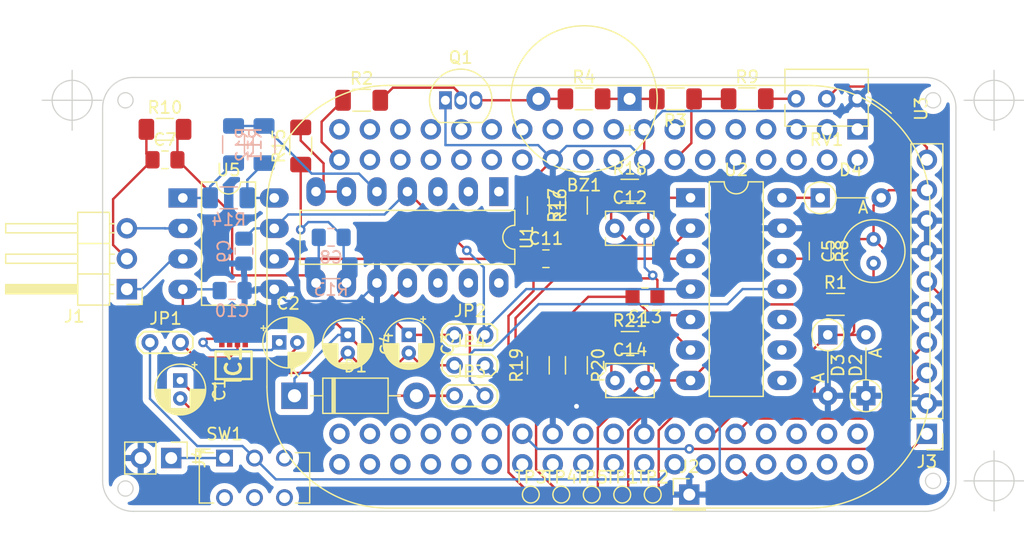
<source format=kicad_pcb>
(kicad_pcb (version 20211014) (generator pcbnew)
  (title_block (title "TrailAlarm Top for PocketBeagle") (rev "1") (company "PSU Capstone Team 23"))
  (layers (0 "F.Cu" signal) (31 "B.Cu" signal) (34 "B.Paste" user) (35 "F.Paste" user) (36 "B.SilkS" user "B.Silkscreen") (37 "F.SilkS" user "F.Silkscreen") (38 "B.Mask" user) (39 "F.Mask" user) (44 "Edge.Cuts" user))
  (net 0 "")
  (net 1 "Net-(BZ1-Pad1)")
  (net 2 "Net-(BZ1-Pad2)")
  (net 3 "Net-(C4-Pad2)")
  (net 4 "Net-(C5-Pad1)")
  (net 5 "Net-(D4-Pad1)")
  (net 6 "TO_ADC")
  (net 7 "Net-(C2-Pad2)")
  (net 8 "Net-(C1-Pad1)")
  (net 9 "Net-(C1-Pad2)")
  (net 10 "Net-(IC1-Pad6)")
  (net 11 "Net-(C3-Pad1)")
  (net 12 "Net-(C2-Pad1)")
  (net 13 "ElectrodeB")
  (net 14 "EarProbe")
  (net 15 "ElectrodeA")
  (net 16 "GND")
  (net 17 "Net-(Q1-Pad2)")
  (net 18 "Vref_top")
  (net 19 "Vref_mid")
  (net 20 "+BATT")
  (net 21 "POWER")
  (net 35 "+3V3")
  (net 44 "I2C_SDA")
  (net 46 "I2C_SCL")
  (net 54 "Buzzer")
  (net 62 "~{ADC_RDY}")
  (net 84 "Net-(C7-Pad2)")
  (net 85 "Net-(C8-Pad2)")
  (net 86 "VD")
  (net 87 "VS")
  (net 88 "Net-(C11-Pad1)")
  (net 89 "Net-(C11-Pad2)")
  (net 90 "Net-(C12-Pad1)")
  (net 91 "Net-(C12-Pad2)")
  (net 92 "Net-(C13-Pad2)")
  (net 93 "Net-(C14-Pad1)")
  (net 94 "/EEG Amplifer/FullSignal")
  (net 95 "Net-(R8-Pad2)")
  (net 96 "Net-(R11-Pad1)")
  (net 97 "/EEG Amplifer/Bias")
  (net 98 "Net-(R12-Pad2)")
  (net 99 "Net-(R15-Pad2)")
  (net 106 "Net-(C3-Pad2)")
  (footprint "Resistor_SMD:R_1206_3216Metric_Pad1.30x1.75mm_HandSolder" (layer "F.Cu") (at 157.046259 114.309259)
    (fp_text reference "R4")
    (fp_text value "220")
  )
  (footprint "Resistor_SMD:R_1206_3216Metric_Pad1.30x1.75mm_HandSolder" (layer "F.Cu") (at 160.856259 121.929259)
    (fp_text reference "R18")
    (fp_text value "5k")
  )
  (footprint "Resistor_SMD:R_1206_3216Metric_Pad1.30x1.75mm_HandSolder" (layer "F.Cu") (at 153.236259 136.534259 90)
    (fp_text reference "R19")
    (fp_text value "1M")
  )
  (footprint "Capacitor_THT:C_Disc_D3.8mm_W2.6mm_P2.50mm" (layer "F.Cu") (at 159.626259 137.804259)
    (fp_text reference "C14")
    (fp_text value "680n")
  )
  (footprint "Resistor_SMD:R_1206_3216Metric_Pad1.30x1.75mm_HandSolder" (layer "F.Cu") (at 176.731259 127.009259 -90)
    (fp_text reference "R8")
    (fp_text value "1k")
  )
  (footprint "TestPoint:TestPoint_2Pads_Pitch2.54mm_Drill0.8mm" (layer "F.Cu") (at 120.871259 134.629259)
    (fp_text reference "JP1")
    (fp_text value "JCP")
  )
  (footprint "Resistor_SMD:R_1206_3216Metric_Pad1.30x1.75mm_HandSolder" (layer "F.Cu") (at 178.001259 131.454259)
    (fp_text reference "R1")
    (fp_text value "220")
  )
  (footprint "TestPoint:TestPoint_Pad_D1.0mm" (layer "F.Cu") (at 162.770519 147.32)
    (fp_text reference "TP2")
    (fp_text value "S5")
  )
  (footprint "Resistor_SMD:R_1206_3216Metric_Pad1.30x1.75mm_HandSolder" (layer "F.Cu") (at 156.411259 123.199259 90)
    (fp_text reference "R17")
    (fp_text value "400")
  )
  (footprint "Resistor_SMD:R_1206_3216Metric_Pad1.30x1.75mm_HandSolder" (layer "F.Cu") (at 138.513519 114.427)
    (fp_text reference "R2")
    (fp_text value "220")
  )
  (footprint "Diode_THT:D_DO-35_SOD27_P5.08mm_Vertical_AnodeUp" (layer "F.Cu") (at 177.366259 133.994259 -90)
    (fp_text reference "D2")
    (fp_text value "1N4148")
  )
  (footprint "Connector_PinHeader_2.54mm:PinHeader_1x03_P2.54mm_Horizontal" (layer "F.Cu") (at 118.946259 130.184259 180)
    (fp_text reference "J1")
    (fp_text value "Conn_01x03")
  )
  (footprint "Resistor_SMD:R_1206_3216Metric_Pad1.30x1.75mm_HandSolder" (layer "F.Cu") (at 156.411259 136.534259 -90)
    (fp_text reference "R20")
    (fp_text value "400")
  )
  (footprint "Resistor_SMD:R_1206_3216Metric_Pad1.30x1.75mm_HandSolder" (layer "F.Cu") (at 160.876259 134.629259)
    (fp_text reference "R21")
    (fp_text value "5k")
  )
  (footprint "Connector_PinHeader_2.54mm:PinHeader_1x02_P2.54mm_Vertical" (layer "F.Cu") (at 122.638519 144.272 -90)
    (fp_text reference "J4")
    (fp_text value "Bat")
  )
  (footprint "Connector_PinHeader_2.54mm:PinHeader_1x01_P2.54mm_Vertical" (layer "F.Cu") (at 165.818519 147.32)
    (fp_text reference "J2")
    (fp_text value "Conn_01x01_Male")
  )
  (footprint "TestPoint:TestPoint_Pad_D1.0mm" (layer "F.Cu") (at 155.150519 147.32)
    (fp_text reference "TP4")
    (fp_text value "S2")
  )
  (footprint "Capacitor_THT:CP_Radial_D4.0mm_P1.50mm" (layer "F.Cu") (at 137.361259 133.994259 -90)
    (fp_text reference "C4")
    (fp_text value "3.3u")
  )
  (footprint "Package_DIP:DIP-14_W7.62mm_LongPads" (layer "F.Cu") (at 149.948519 122.047 -90)
    (fp_text reference "U1")
    (fp_text value "TLC274")
  )
  (footprint "Potentiometer_THT:Potentiometer_Bourns_3266Y_Vertical" (layer "F.Cu") (at 174.723519 114.3 180)
    (fp_text reference "RV1")
    (fp_text value "10k")
  )
  (footprint "TestPoint:TestPoint_2Pads_Pitch2.54mm_Drill0.8mm" (layer "F.Cu") (at 146.251259 133.994259)
    (fp_text reference "JP2")
    (fp_text value "JV+")
  )
  (footprint "Package_DIP:DIP-8_W7.62mm_LongPads" (layer "F.Cu") (at 123.608759 122.574259)
    (fp_text reference "U5")
    (fp_text value "AD620")
  )
  (footprint "TestPoint:TestPoint_Pad_D1.0mm" (layer "F.Cu") (at 160.230519 147.32)
    (fp_text reference "TP1")
    (fp_text value "S4")
  )
  (footprint "Capacitor_THT:CP_Radial_D4.0mm_P1.50mm" (layer "F.Cu") (at 123.391259 137.804259 -90)
    (fp_text reference "C1")
    (fp_text value "3.3u")
  )
  (footprint "Resistor_SMD:R_1206_3216Metric_Pad1.30x1.75mm_HandSolder" (layer "F.Cu") (at 153.236259 123.199259 -90)
    (fp_text reference "R16")
    (fp_text value "1M")
  )
  (footprint "Button_Switch_THT:SW_CuK_JS202011AQN_DPDT_Angled" (layer "F.Cu") (at 127.083519 144.272)
    (fp_text reference "SW1")
    (fp_text value "SW_DIP_x01")
  )
  (footprint "Diode_THT:D_DO-35_SOD27_P5.08mm_Vertical_AnodeUp" (layer "F.Cu") (at 180.541259 139.074259 90)
    (fp_text reference "D3")
    (fp_text value "1N4148")
  )
  (footprint "TestPoint:TestPoint_Pad_D1.0mm" (layer "F.Cu") (at 152.610519 147.32)
    (fp_text reference "TP3")
    (fp_text value "S1")
  )
  (footprint "Capacitor_SMD:C_0805_2012Metric_Pad1.18x1.45mm_HandSolder" (layer "F.Cu") (at 162.126259 130.819259 180)
    (fp_text reference "C13")
    (fp_text value "1u")
  )
  (footprint "Buzzer_Beeper:Buzzer_12x9.5RM7.6" (layer "F.Cu") (at 160.846259 114.309259 180)
    (fp_text reference "BZ1")
    (fp_text value "Buzzer")
  )
  (footprint "Capacitor_THT:CP_Radial_D4.0mm_P1.50mm" (layer "F.Cu") (at 142.441259 133.994259 -90)
    (fp_text reference "C3")
    (fp_text value "3.3u")
  )
  (footprint "Resistor_SMD:R_1206_3216Metric_Pad1.30x1.75mm_HandSolder" (layer "F.Cu") (at 133.433519 118.237 90)
    (fp_text reference "R15")
    (fp_text value "10k")
  )
  (footprint "Module:BeagleBoard_PocketBeagle" (layer "F.Cu") (at 179.841259 116.849259 -90)
    (fp_text reference "U3")
    (fp_text value "PocketBeagle")
  )
  (footprint "Capacitor_THT:C_Disc_D3.8mm_W2.6mm_P2.50mm" (layer "F.Cu") (at 159.606259 125.104259)
    (fp_text reference "C12")
    (fp_text value "680n")
  )
  (footprint "Capacitor_THT:C_Radial_D5.0mm_H7.0mm_P2.00mm" (layer "F.Cu") (at 181.176259 128.009259 90)
    (fp_text reference "C5")
    (fp_text value "100u")
  )
  (footprint "Capacitor_THT:CP_Radial_D4.0mm_P1.50mm" (layer "F.Cu") (at 131.646259 134.629259)
    (fp_text reference "C2")
    (fp_text value "3.3u")
  )
  (footprint "Diode_THT:D_DO-41_SOD81_P10.16mm_Horizontal" (layer "F.Cu") (at 132.916259 139.074259)
    (fp_text reference "D1")
    (fp_text value "1N5817")
  )
  (footprint "Resistor_SMD:R_1206_3216Metric_Pad1.30x1.75mm_HandSolder" (layer "F.Cu") (at 122.121259 116.849259)
    (fp_text reference "R10")
    (fp_text value "100k")
  )
  (footprint "SamacSys:SOP65P490X111-8N" (layer "F.Cu") (at 127.836259 136.534259 90)
    (fp_text reference "IC1")
    (fp_text value "MAX865EUA+T" hide)
  )
  (footprint "TestPoint:TestPoint_2Pads_Pitch2.54mm_Drill0.8mm" (layer "F.Cu") (at 146.251259 136.534259)
    (fp_text reference "JP4")
    (fp_text value "JVg")
  )
  (footprint "Package_DIP:DIP-14_W7.62mm_LongPads" (layer "F.Cu") (at 165.921259 122.559259)
    (fp_text reference "U2")
    (fp_text value "TL074")
  )
  (footprint "Connector_PinHeader_2.54mm:PinHeader_1x10_P2.54mm_Vertical" (layer "F.Cu") (at 185.621259 142.249259 180)
    (fp_text reference "J3")
    (fp_text value "Adafruit ADS1115")
  )
  (footprint "Package_TO_SOT_THT:TO-92_Inline" (layer "F.Cu") (at 145.498519 114.427)
    (fp_text reference "Q1")
    (fp_text value "2N3904")
  )
  (footprint "Diode_THT:D_DO-35_SOD27_P5.08mm_Vertical_AnodeUp" (layer "F.Cu") (at 176.731259 122.564259)
    (fp_text reference "D4")
    (fp_text value "1N4148")
  )
  (footprint "Resistor_SMD:R_1206_3216Metric_Pad1.30x1.75mm_HandSolder" (layer "F.Cu") (at 164.666259 114.309259 180)
    (fp_text reference "R3")
    (fp_text value "100")
  )
  (footprint "Capacitor_SMD:C_0805_2012Metric_Pad1.18x1.45mm_HandSolder" (layer "F.Cu") (at 122.121259 119.389259)
    (fp_text reference "C7")
    (fp_text value "1u")
  )
  (footprint "TestPoint:TestPoint_2Pads_Pitch2.54mm_Drill0.8mm" (layer "F.Cu") (at 146.251259 139.074259)
    (fp_text reference "JP3")
    (fp_text value "JV-")
  )
  (footprint "Capacitor_SMD:C_0805_2012Metric_Pad1.18x1.45mm_HandSolder" (layer "F.Cu") (at 153.871259 127.644259)
    (fp_text reference "C11")
    (fp_text value "1u")
  )
  (footprint "Resistor_SMD:R_1206_3216Metric_Pad1.30x1.75mm_HandSolder" (layer "F.Cu") (at 170.644519 114.3)
    (fp_text reference "R9")
    (fp_text value "10k")
  )
  (footprint "TestPoint:TestPoint_Pad_D1.0mm" (layer "F.Cu") (at 157.690519 147.32)
    (fp_text reference "TP5")
    (fp_text value "S3")
  )
  (footprint "Resistor_SMD:R_1206_3216Metric_Pad1.30x1.75mm_HandSolder" (layer "B.Cu") (at 135.973519 128.397)
    (fp_text reference "R13")
    (fp_text value "100k")
  )
  (footprint "Capacitor_SMD:C_0805_2012Metric_Pad1.18x1.45mm_HandSolder" (layer "B.Cu") (at 128.703759 127.009259 -90)
    (fp_text reference "C9")
    (fp_text value "1u")
  )
  (footprint "Capacitor_SMD:C_0805_2012Metric_Pad1.18x1.45mm_HandSolder" (layer "B.Cu") (at 135.973519 125.857)
    (fp_text reference "C8")
    (fp_text value "1u")
  )
  (footprint "Capacitor_SMD:C_0805_2012Metric_Pad1.18x1.45mm_HandSolder" (layer "B.Cu") (at 127.718519 130.302)
    (fp_text reference "C10")
    (fp_text value "1u")
  )
  (footprint "Resistor_SMD:R_1206_3216Metric_Pad1.30x1.75mm_HandSolder" (layer "B.Cu") (at 127.433759 122.564259)
    (fp_text reference "R14")
    (fp_text value "5.1k")
  )
  (footprint "Resistor_SMD:R_1206_3216Metric_Pad1.30x1.75mm_HandSolder" (layer "B.Cu") (at 127.836259 118.119259 90)
    (fp_text reference "R11")
    (fp_text value "2.2k")
  )
  (footprint "Resistor_SMD:R_1206_3216Metric_Pad1.30x1.75mm_HandSolder" (layer "B.Cu") (at 130.376259 118.119259 -90)
    (fp_text reference "R12")
    (fp_text value "2.2k")
  )
  (gr_arc (start 188.043519 146.177) (mid 187.29957 147.973051) (end 185.503519 148.717) (layer "Edge.Cuts") (width 0.1))
  (gr_circle (center 118.828519 114.427) (end 119.463519 114.427) (layer "Edge.Cuts") (width 0.1) (fill none))
  (gr_circle (center 186.138519 146.177) (end 186.773519 146.177) (layer "Edge.Cuts") (width 0.1) (fill none))
  (gr_circle (center 186.138519 114.427) (end 186.773519 114.427) (layer "Edge.Cuts") (width 0.1) (fill none))
  (gr_arc (start 116.923519 115.062) (mid 117.667468 113.265949) (end 119.463519 112.522) (layer "Edge.Cuts") (width 0.1))
  (gr_arc (start 119.463519 148.717) (mid 117.667468 147.973051) (end 116.923519 146.177) (layer "Edge.Cuts") (width 0.1))
  (gr_line (start 119.463519 112.522) (end 185.503519 112.522) (layer "Edge.Cuts") (width 0.1))
  (gr_line (start 116.923519 146.177) (end 116.923519 115.062) (layer "Edge.Cuts") (width 0.1))
  (gr_circle (center 118.828519 146.812) (end 119.463519 146.812) (layer "Edge.Cuts") (width 0.1) (fill none))
  (gr_line (start 188.043519 115.062) (end 188.043519 146.177) (layer "Edge.Cuts") (width 0.1))
  (gr_line (start 185.503519 148.717) (end 119.463519 148.717) (layer "Edge.Cuts") (width 0.1))
  (gr_arc (start 185.503519 112.522) (mid 187.29957 113.265949) (end 188.043519 115.062) (layer "Edge.Cuts") (width 0.1))
  (target plus (at 114.383519 114.427) (size 5) (width 0.1) (layer "Edge.Cuts"))
  (target plus (at 191.218519 146.177) (size 5) (width 0.1) (layer "Edge.Cuts"))
  (target plus (at 191.218519 114.427) (size 5) (width 0.1) (layer "Edge.Cuts"))
  (segment (start 158.596259 114.309259) (end 163.116259 114.309259) (width 0.2) (layer "F.Cu") (net 1))
  (segment (start 148.038519 114.427) (end 153.128518 114.427) (width 0.2) (layer "F.Cu") (net 2))
  (segment (start 155.496259 114.309259) (end 153.246259 114.309259) (width 0.2) (layer "F.Cu") (net 2))
  (segment (start 153.128518 114.427) (end 153.246259 114.309259) (width 0.2) (layer "F.Cu") (net 2))
  (segment (start 137.361259 135.494259) (end 135.686259 137.169259) (width 0.2) (layer "F.Cu") (net 3))
  (segment (start 130.388259 137.169259) (end 128.811259 138.746259) (width 0.2) (layer "F.Cu") (net 3))
  (segment (start 140.941259 139.074259) (end 146.251259 139.074259) (width 0.2) (layer "F.Cu") (net 3))
  (segment (start 135.686259 137.169259) (end 130.388259 137.169259) (width 0.2) (layer "F.Cu") (net 3))
  (segment (start 146.251259 139.074259) (end 143.076259 139.074259) (width 0.2) (layer "F.Cu") (net 3))
  (segment (start 137.361259 135.494259) (end 140.941259 139.074259) (width 0.2) (layer "F.Cu") (net 3))
  (segment (start 179.271259 133.994259) (end 180.541259 133.994259) (width 0.2) (layer "F.Cu") (net 4))
  (segment (start 177.366259 133.994259) (end 179.271259 133.994259) (width 0.2) (layer "F.Cu") (net 4))
  (segment (start 174.708519 139.7) (end 175.470519 138.938) (width 0.2) (layer "F.Cu") (net 4))
  (segment (start 179.551259 133.714259) (end 179.271259 133.994259) (width 0.2) (layer "F.Cu") (net 4))
  (segment (start 160.730518 146.820001) (end 160.730518 141.954345) (width 0.2) (layer "F.Cu") (net 4))
  (segment (start 179.551259 131.454259) (end 179.271259 131.734259) (width 0.2) (layer "F.Cu") (net 4))
  (segment (start 181.176259 128.009259) (end 181.176259 129.829259) (width 0.2) (layer "F.Cu") (net 4))
  (segment (start 175.470519 135.889999) (end 177.366259 133.994259) (width 0.2) (layer "F.Cu") (net 4))
  (segment (start 179.551259 131.454259) (end 179.551259 133.714259) (width 0.2) (layer "F.Cu") (net 4))
  (segment (start 162.984863 139.7) (end 174.708519 139.7) (width 0.2) (layer "F.Cu") (net 4))
  (segment (start 160.230519 147.32) (end 160.730518 146.820001) (width 0.2) (layer "F.Cu") (net 4))
  (segment (start 181.176259 129.829259) (end 179.551259 131.454259) (width 0.2) (layer "F.Cu") (net 4))
  (segment (start 175.470519 138.938) (end 175.470519 135.889999) (width 0.2) (layer "F.Cu") (net 4))
  (segment (start 160.730518 141.954345) (end 162.984863 139.7) (width 0.2) (layer "F.Cu") (net 4))
  (segment (start 173.541259 122.559259) (end 176.726259 122.559259) (width 0.2) (layer "F.Cu") (net 5))
  (segment (start 176.726259 122.559259) (end 176.731259 122.564259) (width 0.2) (layer "F.Cu") (net 5))
  (segment (start 165.044642 140.180221) (end 174.990298 140.180221) (width 0.2) (layer "F.Cu") (net 6))
  (segment (start 181.541259 126.009259) (end 181.176259 126.009259) (width 0.2) (layer "F.Cu") (net 6))
  (segment (start 163.270518 146.820001) (end 163.270518 141.954345) (width 0.2) (layer "F.Cu") (net 6))
  (segment (start 185.621259 121.929259) (end 182.446259 121.929259) (width 0.2) (layer "F.Cu") (net 6))
  (segment (start 180.550519 136.398) (end 182.582519 134.366) (width 0.2) (layer "F.Cu") (net 6))
  (segment (start 177.281259 126.009259) (end 176.731259 125.459259) (width 0.2) (layer "F.Cu") (net 6))
  (segment (start 176.266748 137.887771) (end 177.756519 136.398) (width 0.2) (layer "F.Cu") (net 6))
  (segment (start 182.446259 121.929259) (end 181.176259 123.199259) (width 0.2) (layer "F.Cu") (net 6))
  (segment (start 182.582519 134.366) (end 182.582519 127.415519) (width 0.2) (layer "F.Cu") (net 6))
  (segment (start 181.176259 126.009259) (end 177.281259 126.009259) (width 0.2) (layer "F.Cu") (net 6))
  (segment (start 176.266748 138.903771) (end 176.266748 137.887771) (width 0.2) (layer "F.Cu") (net 6))
  (segment (start 181.176259 123.199259) (end 181.176259 126.009259) (width 0.2) (layer "F.Cu") (net 6))
  (segment (start 163.270518 141.954345) (end 165.044642 140.180221) (width 0.2) (layer "F.Cu") (net 6))
  (segment (start 182.582519 127.415519) (end 181.176259 126.009259) (width 0.2) (layer "F.Cu") (net 6))
  (segment (start 174.990298 140.180221) (end 176.266748 138.903771) (width 0.2) (layer "F.Cu") (net 6))
  (segment (start 177.756519 136.398) (end 180.550519 136.398) (width 0.2) (layer "F.Cu") (net 6))
  (segment (start 162.770519 147.32) (end 163.270518 146.820001) (width 0.2) (layer "F.Cu") (net 6))
  (segment (start 133.146259 135.034259) (end 133.146259 134.629259) (width 0.2) (layer "F.Cu") (net 7))
  (segment (start 126.861259 137.833759) (end 128.160759 136.534259) (width 0.2) (layer "F.Cu") (net 7))
  (segment (start 131.646259 136.534259) (end 133.146259 135.034259) (width 0.2) (layer "F.Cu") (net 7))
  (segment (start 128.160759 136.534259) (end 131.646259 136.534259) (width 0.2) (layer "F.Cu") (net 7))
  (segment (start 126.861259 138.746259) (end 126.861259 137.833759) (width 0.2) (layer "F.Cu") (net 7))
  (segment (start 127.511259 138.746259) (end 127.511259 139.658759) (width 0.2) (layer "F.Cu") (net 8))
  (segment (start 127.411748 139.75827) (end 125.34527 139.75827) (width 0.2) (layer "F.Cu") (net 8))
  (segment (start 127.511259 139.658759) (end 127.411748 139.75827) (width 0.2) (layer "F.Cu") (net 8))
  (segment (start 125.34527 139.75827) (end 123.391259 137.804259) (width 0.2) (layer "F.Cu") (net 8))
  (segment (start 128.161259 139.658759) (end 128.161259 138.746259) (width 0.2) (layer "F.Cu") (net 9))
  (segment (start 123.391259 139.304259) (end 124.661259 140.574259) (width 0.2) (layer "F.Cu") (net 9))
  (segment (start 127.245759 140.574259) (end 128.161259 139.658759) (width 0.2) (layer "F.Cu") (net 9))
  (segment (start 124.661259 140.574259) (end 127.245759 140.574259) (width 0.2) (layer "F.Cu") (net 9))
  (segment (start 124.681259 135.899259) (end 123.411259 134.629259) (width 0.2) (layer "F.Cu") (net 10))
  (segment (start 128.164259 134.322259) (end 128.286748 134.19977) (width 0.2) (layer "F.Cu") (net 10))
  (segment (start 128.286748 134.19977) (end 128.286748 133.994259) (width 0.2) (layer "F.Cu") (net 10))
  (segment (start 127.470781 135.899259) (end 124.681259 135.899259) (width 0.2) (layer "F.Cu") (net 10))
  (segment (start 128.161259 134.322259) (end 128.161259 135.208781) (width 0.2) (layer "F.Cu") (net 10))
  (segment (start 128.161259 135.208781) (end 127.470781 135.899259) (width 0.2) (layer "F.Cu") (net 10))
  (segment (start 128.161259 134.322259) (end 128.164259 134.322259) (width 0.2) (layer "F.Cu") (net 10))
  (segment (start 142.441259 133.994259) (end 141.14348 132.69648) (width 0.2) (layer "F.Cu") (net 11))
  (segment (start 127.511259 133.435737) (end 127.511259 134.322259) (width 0.2) (layer "F.Cu") (net 11))
  (segment (start 141.14348 132.69648) (end 128.250516 132.69648) (width 0.2) (layer "F.Cu") (net 11))
  (segment (start 142.441259 133.994259) (end 146.251259 133.994259) (width 0.2) (layer "F.Cu") (net 11))
  (segment (start 128.250516 132.69648) (end 127.511259 133.435737) (width 0.2) (layer "F.Cu") (net 11))
  (segment (start 125.603259 134.322259) (end 125.296259 134.629259) (width 0.2) (layer "F.Cu") (net 12))
  (segment (start 126.861259 134.322259) (end 125.603259 134.322259) (width 0.2) (layer "F.Cu") (net 12))
  (via (at 125.296259 134.629259) (size 0.8) (drill 0.4) (layers "F.Cu" "B.Cu") (net 12))
  (segment (start 125.931259 135.264259) (end 131.011259 135.264259) (width 0.2) (layer "B.Cu") (net 12))
  (segment (start 131.011259 135.264259) (end 131.646259 134.629259) (width 0.2) (layer "B.Cu") (net 12))
  (segment (start 125.296259 134.629259) (end 125.931259 135.264259) (width 0.2) (layer "B.Cu") (net 12))
  (segment (start 122.746259 127.654259) (end 120.216259 130.184259) (width 0.2) (layer "B.Cu") (net 13))
  (segment (start 123.608759 127.654259) (end 122.746259 127.654259) (width 0.2) (layer "B.Cu") (net 13))
  (segment (start 120.216259 130.184259) (end 118.946259 130.184259) (width 0.2) (layer "B.Cu") (net 13))
  (segment (start 117.796748 122.67627) (end 121.083759 119.389259) (width 0.2) (layer "F.Cu") (net 14))
  (segment (start 117.796748 126.494748) (end 117.796748 122.67627) (width 0.2) (layer "F.Cu") (net 14))
  (segment (start 118.946259 127.644259) (end 117.796748 126.494748) (width 0.2) (layer "F.Cu") (net 14))
  (segment (start 120.571259 116.849259) (end 120.571259 118.876759) (width 0.2) (layer "F.Cu") (net 14))
  (segment (start 120.571259 118.876759) (end 121.083759 119.389259) (width 0.2) (layer "F.Cu") (net 14))
  (segment (start 122.131259 125.114259) (end 122.121259 125.104259) (width 0.2) (layer "B.Cu") (net 15))
  (segment (start 123.608759 125.114259) (end 122.131259 125.114259) (width 0.2) (layer "B.Cu") (net 15))
  (segment (start 122.121259 125.104259) (end 118.946259 125.104259) (width 0.2) (layer "B.Cu") (net 15))
  (segment (start 153.236259 138.084259) (end 154.441259 139.289259) (width 0.2) (layer "F.Cu") (net 16))
  (segment (start 153.236259 121.649259) (end 156.411259 121.649259) (width 0.2) (layer "F.Cu") (net 16))
  (segment (start 162.061259 116.849259) (end 162.061259 119.389259) (width 0.2) (layer "F.Cu") (net 16))
  (segment (start 156.411259 139.94474) (end 156.420519 139.954) (width 0.2) (layer "F.Cu") (net 16))
  (segment (start 153.236259 138.084259) (end 156.411259 138.084259) (width 0.2) (layer "F.Cu") (net 16))
  (segment (start 156.411259 138.084259) (end 156.411259 139.94474) (width 0.2) (layer "F.Cu") (net 16))
  (segment (start 154.441259 139.289259) (end 154.441259 142.249259) (width 0.2) (layer "F.Cu") (net 16))
  (segment (start 153.236259 120.594259) (end 154.441259 119.389259) (width 0.2) (layer "F.Cu") (net 16))
  (segment (start 131.228759 130.194259) (end 131.228759 130.601759) (width 0.2) (layer "F.Cu") (net 16))
  (segment (start 153.236259 121.649259) (end 153.236259 120.594259) (width 0.2) (layer "F.Cu") (net 16))
  (via (at 156.420519 139.954) (size 0.8) (drill 0.4) (layers "F.Cu" "B.Cu") (net 16))
  (segment (start 162.061259 140.00674) (end 166.765373 140.00674) (width 0.2) (layer "B.Cu") (net 16))
  (segment (start 168.358519 141.599886) (end 168.358519 146.304) (width 0.2) (layer "B.Cu") (net 16))
  (segment (start 154.441259 119.389259) (end 155.59077 118.239748) (width 0.2) (layer "B.Cu") (net 16))
  (segment (start 162.061259 116.849259) (end 163.591007 115.319511) (width 0.2) (layer "B.Cu") (net 16))
  (segment (start 166.765373 140.00674) (end 168.358519 141.599886) (width 0.2) (layer "B.Cu") (net 16))
  (segment (start 156.420519 139.954) (end 152.211 139.954) (width 0.2) (layer "B.Cu") (net 16))
  (segment (start 168.358519 146.304) (end 167.342519 147.32) (width 0.2) (layer "B.Cu") (net 16))
  (segment (start 163.591007 115.319511) (end 178.784008 115.319511) (width 0.2) (layer "B.Cu") (net 16))
  (segment (start 128.86376 130.194259) (end 131.228759 130.194259) (width 0.2) (layer "B.Cu") (net 16))
  (segment (start 160.911748 118.239748) (end 162.061259 119.389259) (width 0.2) (layer "B.Cu") (net 16))
  (segment (start 155.59077 118.239748) (end 160.911748 118.239748) (width 0.2) (layer "B.Cu") (net 16))
  (segment (start 128.703759 130.24974) (end 128.756019 130.302) (width 0.2) (layer "B.Cu") (net 16))
  (segment (start 152.211 139.954) (end 148.791259 136.534259) (width 0.2) (layer "B.Cu") (net 16))
  (segment (start 128.756019 130.302) (end 128.86376 130.194259) (width 0.2) (layer "B.Cu") (net 16))
  (segment (start 131.228759 130.194259) (end 132.20102 131.16652) (width 0.2) (layer "B.Cu") (net 16))
  (segment (start 153.221251 118.169251) (end 154.441259 119.389259) (width 0.2) (layer "B.Cu") (net 16))
  (segment (start 138.288999 131.16652) (end 139.788519 129.667) (width 0.2) (layer "B.Cu") (net 16))
  (segment (start 145.498519 118.169251) (end 153.221251 118.169251) (width 0.2) (layer "B.Cu") (net 16))
  (segment (start 128.703759 128.046759) (end 128.703759 130.24974) (width 0.2) (layer "B.Cu") (net 16))
  (segment (start 184.986259 139.074259) (end 185.621259 139.709259) (width 0.2) (layer "B.Cu") (net 16))
  (segment (start 132.20102 131.16652) (end 138.288999 131.16652) (width 0.2) (layer "B.Cu") (net 16))
  (segment (start 156.420519 139.954) (end 162.008519 139.954) (width 0.2) (layer "B.Cu") (net 16))
  (segment (start 182.963519 139.083518) (end 182.95426 139.074259) (width 0.2) (layer "B.Cu") (net 16))
  (segment (start 180.541259 139.074259) (end 182.95426 139.074259) (width 0.2) (layer "B.Cu") (net 16))
  (segment (start 145.498519 114.427) (end 145.498519 118.169251) (width 0.2) (layer "B.Cu") (net 16))
  (segment (start 178.784008 115.319511) (end 179.803519 114.3) (width 0.2) (layer "B.Cu") (net 16))
  (segment (start 162.008519 139.954) (end 162.061259 140.00674) (width 0.2) (layer "B.Cu") (net 16))
  (segment (start 177.366259 139.074259) (end 180.541259 139.074259) (width 0.2) (layer "B.Cu") (net 16))
  (segment (start 182.95426 139.074259) (end 184.986259 139.074259) (width 0.2) (layer "B.Cu") (net 16))
  (segment (start 167.342519 147.32) (end 165.818519 147.32) (width 0.2) (layer "B.Cu") (net 16))
  (segment (start 162.061259 140.00674) (end 162.061259 142.249259) (width 0.2) (layer "B.Cu") (net 16))
  (segment (start 140.063519 114.427) (end 141.11303 113.377489) (width 0.2) (layer "F.Cu") (net 17))
  (segment (start 146.768519 113.947497) (end 146.768519 114.427) (width 0.2) (layer "F.Cu") (net 17))
  (segment (start 146.198511 113.377489) (end 146.768519 113.947497) (width 0.2) (layer "F.Cu") (net 17))
  (segment (start 141.11303 113.377489) (end 146.198511 113.377489) (width 0.2) (layer "F.Cu") (net 17))
  (segment (start 140.11803 114.372489) (end 140.063519 114.427) (width 0.2) (layer "F.Cu") (net 17))
  (segment (start 172.194519 114.3) (end 174.723519 114.3) (width 0.2) (layer "F.Cu") (net 18))
  (segment (start 185.621259 118.35474) (end 185.621259 119.389259) (width 0.2) (layer "F.Cu") (net 19))
  (segment (start 178.28303 113.280489) (end 180.547008 113.280489) (width 0.2) (layer "F.Cu") (net 19))
  (segment (start 180.547008 113.280489) (end 185.621259 118.35474) (width 0.2) (layer "F.Cu") (net 19))
  (segment (start 177.263519 114.3) (end 178.28303 113.280489) (width 0.2) (layer "F.Cu") (net 19))
  (segment (start 122.638519 144.272) (end 127.083519 144.272) (width 0.2) (layer "B.Cu") (net 20))
  (segment (start 124.814008 143.272489) (end 120.871259 139.32974) (width 0.2) (layer "B.Cu") (net 21))
  (segment (start 163.340518 146.05) (end 131.361519 146.05) (width 0.2) (layer "B.Cu") (net 21))
  (segment (start 120.871259 139.32974) (end 120.871259 134.629259) (width 0.2) (layer "B.Cu") (net 21))
  (segment (start 164.601259 144.789259) (end 163.340518 146.05) (width 0.2) (layer "B.Cu") (net 21))
  (segment (start 129.583519 144.272) (end 128.584008 143.272489) (width 0.2) (layer "B.Cu") (net 21))
  (segment (start 131.361519 146.05) (end 129.583519 144.272) (width 0.2) (layer "B.Cu") (net 21))
  (segment (start 128.584008 143.272489) (end 124.814008 143.272489) (width 0.2) (layer "B.Cu") (net 21))
  (segment (start 165.818519 143.51) (end 184.360518 143.51) (width 0.2) (layer "F.Cu") (net 35))
  (segment (start 166.216259 114.309259) (end 169.08526 114.309259) (width 0.2) (layer "F.Cu") (net 35))
  (segment (start 165.991748 117.99877) (end 165.991748 114.53377) (width 0.2) (layer "F.Cu") (net 35))
  (segment (start 184.360518 143.51) (end 185.621259 142.249259) (width 0.2) (layer "F.Cu") (net 35))
  (segment (start 169.08526 114.309259) (end 169.094519 114.3) (width 0.2) (layer "F.Cu") (net 35))
  (segment (start 165.991748 114.53377) (end 166.216259 114.309259) (width 0.2) (layer "F.Cu") (net 35))
  (segment (start 164.601259 119.389259) (end 165.991748 117.99877) (width 0.2) (layer "F.Cu") (net 35))
  (via (at 165.818519 143.51) (size 0.8) (drill 0.4) (layers "F.Cu" "B.Cu") (net 35))
  (segment (start 165.818519 143.51) (end 153.162 143.51) (width 0.2) (layer "B.Cu") (net 35))
  (segment (start 153.162 143.51) (end 151.901259 142.249259) (width 0.2) (layer "B.Cu") (net 35))
  (segment (start 184.351259 135.899259) (end 185.621259 134.629259) (width 0.2) (layer "F.Cu") (net 44))
  (segment (start 181.448779 140.57974) (end 184.360519 137.668) (width 0.2) (layer "F.Cu") (net 44))
  (segment (start 184.360519 137.668) (end 184.360519 137.43252) (width 0.2) (layer "F.Cu") (net 44))
  (segment (start 184.360519 137.43252) (end 184.351259 137.42326) (width 0.2) (layer "F.Cu") (net 44))
  (segment (start 167.141259 142.249259) (end 167.841259 142.249259) (width 0.2) (layer "F.Cu") (net 44))
  (segment (start 169.510778 140.57974) (end 181.448779 140.57974) (width 0.2) (layer "F.Cu") (net 44))
  (segment (start 184.351259 137.42326) (end 184.351259 135.899259) (width 0.2) (layer "F.Cu") (net 44))
  (segment (start 167.841259 142.249259) (end 169.510778 140.57974) (width 0.2) (layer "F.Cu") (net 44))
  (segment (start 185.621259 137.169259) (end 185.424266 137.169259) (width 0.2) (layer "F.Cu") (net 46))
  (segment (start 181.614266 140.979259) (end 170.951259 140.979259) (width 0.2) (layer "F.Cu") (net 46))
  (segment (start 170.951259 140.979259) (end 169.681259 142.249259) (width 0.2) (layer "F.Cu") (net 46))
  (segment (start 185.424266 137.169259) (end 181.614266 140.979259) (width 0.2) (layer "F.Cu") (net 46))
  (segment (start 135.176259 117.904259) (end 135.176259 116.21426) (width 0.2) (layer "F.Cu") (net 54))
  (segment (start 136.661259 119.389259) (end 135.176259 117.904259) (width 0.2) (layer "F.Cu") (net 54))
  (segment (start 135.176259 116.21426) (end 136.963519 114.427) (width 0.2) (layer "F.Cu") (net 54))
  (segment (start 169.681259 144.789259) (end 172.212 147.32) (width 0.2) (layer "F.Cu") (net 62))
  (segment (start 183.090519 147.32) (end 187.154519 143.256) (width 0.2) (layer "F.Cu") (net 62))
  (segment (start 172.212 147.32) (end 183.090519 147.32) (width 0.2) (layer "F.Cu") (net 62))
  (segment (start 187.154519 143.256) (end 187.154519 131.082519) (width 0.2) (layer "F.Cu") (net 62))
  (segment (start 187.154519 131.082519) (end 185.621259 129.549259) (width 0.2) (layer "F.Cu") (net 62))
  (segment (start 127.718519 123.949019) (end 127.718519 129.032) (width 0.2) (layer "F.Cu") (net 84))
  (segment (start 134.073519 129.032) (end 134.708519 129.667) (width 0.2) (layer "F.Cu") (net 84))
  (segment (start 123.158759 117.361759) (end 123.671259 116.849259) (width 0.2) (layer "F.Cu") (net 84))
  (segment (start 123.158759 119.389259) (end 127.718519 123.949019) (width 0.2) (layer "F.Cu") (net 84))
  (segment (start 127.718519 129.032) (end 134.073519 129.032) (width 0.2) (layer "F.Cu") (net 84))
  (segment (start 123.158759 119.389259) (end 123.158759 117.361759) (width 0.2) (layer "F.Cu") (net 84))
  (segment (start 134.708519 129.667) (end 134.708519 128.682) (width 0.2) (layer "B.Cu") (net 84))
  (segment (start 134.708519 128.682) (end 134.423519 128.397) (width 0.2) (layer "B.Cu") (net 84))
  (segment (start 134.423519 128.397) (end 134.936019 127.8845) (width 0.2) (layer "B.Cu") (net 84))
  (segment (start 134.936019 127.8845) (end 134.936019 125.857) (width 0.2) (layer "B.Cu") (net 84))
  (segment (start 133.433519 119.787) (end 133.433519 125.222) (width 0.2) (layer "F.Cu") (net 85))
  (via (at 133.433519 125.222) (size 0.8) (drill 0.4) (layers "F.Cu" "B.Cu") (net 85))
  (segment (start 137.248519 128.672) (end 137.248519 129.667) (width 0.2) (layer "B.Cu") (net 85))
  (segment (start 137.011019 127.8845) (end 137.523519 128.397) (width 0.2) (layer "B.Cu") (net 85))
  (segment (start 137.523519 128.397) (end 137.248519 128.672) (width 0.2) (layer "B.Cu") (net 85))
  (segment (start 134.068519 124.587) (end 135.741019 124.587) (width 0.2) (layer "B.Cu") (net 85))
  (segment (start 137.011019 125.857) (end 137.011019 127.8845) (width 0.2) (layer "B.Cu") (net 85))
  (segment (start 133.433519 125.222) (end 134.068519 124.587) (width 0.2) (layer "B.Cu") (net 85))
  (segment (start 135.741019 124.587) (end 137.011019 125.857) (width 0.2) (layer "B.Cu") (net 85))
  (segment (start 147.276519 126.954759) (end 147.236278 126.954759) (width 0.2) (layer "F.Cu") (net 86))
  (segment (start 147.236278 126.954759) (end 142.328519 122.047) (width 0.2) (layer "F.Cu") (net 86))
  (via (at 147.276519 126.954759) (size 0.8) (drill 0.4) (layers "F.Cu" "B.Cu") (net 86))
  (segment (start 152.22526 130.179259) (end 165.921259 130.179259) (width 0.2) (layer "B.Cu") (net 86))
  (segment (start 129.561259 125.114259) (end 131.228759 125.114259) (width 0.2) (layer "B.Cu") (net 86))
  (segment (start 132.391018 123.952) (end 131.228759 125.114259) (width 0.2) (layer "B.Cu") (net 86))
  (segment (start 151.340519 131.064) (end 152.22526 130.179259) (width 0.2) (layer "B.Cu") (net 86))
  (segment (start 147.276519 126.954759) (end 148.693626 128.371866) (width 0.2) (layer "B.Cu") (net 86))
  (segment (start 139.148519 123.952) (end 132.391018 123.952) (width 0.2) (layer "B.Cu") (net 86))
  (segment (start 148.791259 133.61326) (end 151.340519 131.064) (width 0.2) (layer "B.Cu") (net 86))
  (segment (start 140.418519 123.952) (end 142.323519 122.047) (width 0.2) (layer "B.Cu") (net 86))
  (segment (start 139.148519 123.952) (end 140.418519 123.952) (width 0.2) (layer "B.Cu") (net 86))
  (segment (start 148.693626 133.896626) (end 148.791259 133.994259) (width 0.2) (layer "B.Cu") (net 86))
  (segment (start 128.703759 125.971759) (end 129.561259 125.114259) (width 0.2) (layer "B.Cu") (net 86))
  (segment (start 148.791259 133.994259) (end 148.791259 133.61326) (width 0.2) (layer "B.Cu") (net 86))
  (segment (start 148.693626 128.371866) (end 148.693626 133.896626) (width 0.2) (layer "B.Cu") (net 86))
  (segment (start 142.323519 122.047) (end 142.328519 122.047) (width 0.2) (layer "B.Cu") (net 86))
  (segment (start 124.162519 132.08) (end 139.915519 132.08) (width 0.2) (layer "F.Cu") (net 87))
  (segment (start 139.915519 132.08) (end 142.328519 129.667) (width 0.2) (layer "F.Cu") (net 87))
  (segment (start 123.608759 131.52624) (end 124.162519 132.08) (width 0.2) (layer "F.Cu") (net 87))
  (segment (start 123.608759 130.194259) (end 123.608759 131.52624) (width 0.2) (layer "F.Cu") (net 87))
  (segment (start 146.768519 132.08) (end 147.530519 132.842) (width 0.2) (layer "F.Cu") (net 87))
  (segment (start 139.915519 132.08) (end 146.768519 132.08) (width 0.2) (layer "F.Cu") (net 87))
  (segment (start 147.530519 132.842) (end 147.530519 137.813519) (width 0.2) (layer "F.Cu") (net 87))
  (segment (start 147.530519 137.813519) (end 148.791259 139.074259) (width 0.2) (layer "F.Cu") (net 87))
  (segment (start 149.437846 135.252673) (end 147.913846 135.252673) (width 0.2) (layer "B.Cu") (net 87))
  (segment (start 147.530519 137.813519) (end 148.791259 139.074259) (width 0.2) (layer "B.Cu") (net 87))
  (segment (start 126.573278 130.194259) (end 126.681019 130.302) (width 0.2) (layer "B.Cu") (net 87))
  (segment (start 170.25926 130.179259) (end 169.003289 131.43523) (width 0.2) (layer "B.Cu") (net 87))
  (segment (start 147.913846 135.252673) (end 147.530519 135.636) (width 0.2) (layer "B.Cu") (net 87))
  (segment (start 123.608759 130.194259) (end 126.573278 130.194259) (width 0.2) (layer "B.Cu") (net 87))
  (segment (start 173.541259 130.179259) (end 170.25926 130.179259) (width 0.2) (layer "B.Cu") (net 87))
  (segment (start 169.003289 131.43523) (end 153.255289 131.43523) (width 0.2) (layer "B.Cu") (net 87))
  (segment (start 147.530519 135.636) (end 147.530519 137.813519) (width 0.2) (layer "B.Cu") (net 87))
  (segment (start 153.255289 131.43523) (end 149.437846 135.252673) (width 0.2) (layer "B.Cu") (net 87))
  (segment (start 150.751748 145.461229) (end 150.751748 132.414771) (width 0.2) (layer "F.Cu") (net 88))
  (segment (start 152.610519 147.32) (end 150.751748 145.461229) (width 0.2) (layer "F.Cu") (net 88))
  (segment (start 131.228759 127.654259) (end 152.823759 127.654259) (width 0.2) (layer "F.Cu") (net 88))
  (segment (start 152.833759 130.33276) (end 152.833759 127.644259) (width 0.2) (layer "F.Cu") (net 88))
  (segment (start 152.823759 127.654259) (end 152.833759 127.644259) (width 0.2) (layer "F.Cu") (net 88))
  (segment (start 150.751748 132.414771) (end 152.833759 130.33276) (width 0.2) (layer "F.Cu") (net 88))
  (segment (start 153.236259 124.749259) (end 154.908759 126.421759) (width 0.2) (layer "F.Cu") (net 89))
  (segment (start 165.921259 127.639259) (end 165.916259 127.644259) (width 0.2) (layer "F.Cu") (net 89))
  (segment (start 165.916259 127.644259) (end 154.908759 127.644259) (width 0.2) (layer "F.Cu") (net 89))
  (segment (start 154.908759 126.421759) (end 154.908759 127.644259) (width 0.2) (layer "F.Cu") (net 89))
  (segment (start 159.606259 125.104259) (end 161.00577 126.50377) (width 0.2) (layer "F.Cu") (net 90))
  (segment (start 159.251259 124.749259) (end 159.606259 125.104259) (width 0.2) (layer "F.Cu") (net 90))
  (segment (start 161.00577 126.50377) (end 161.62077 126.50377) (width 0.2) (layer "F.Cu") (net 90))
  (segment (start 164.516748 126.50377) (end 161.62077 126.50377) (width 0.2) (layer "F.Cu") (net 90))
  (segment (start 165.921259 125.099259) (end 164.516748 126.50377) (width 0.2) (layer "F.Cu") (net 90))
  (segment (start 158.16577 126.50377) (end 156.411259 124.749259) (width 0.2) (layer "F.Cu") (net 90))
  (segment (start 159.306259 124.804259) (end 159.606259 125.104259) (width 0.2) (layer "F.Cu") (net 90))
  (segment (start 159.306259 121.929259) (end 159.306259 124.804259) (width 0.2) (layer "F.Cu") (net 90))
  (segment (start 161.62077 126.50377) (end 158.16577 126.50377) (width 0.2) (layer "F.Cu") (net 90))
  (segment (start 153.05077 145.220251) (end 155.150519 147.32) (width 0.2) (layer "F.Cu") (net 91))
  (segment (start 162.770519 129.032) (end 162.516519 129.286) (width 0.2) (layer "F.Cu") (net 91))
  (segment (start 153.05077 139.700908) (end 153.05077 145.220251) (width 0.2) (layer "F.Cu") (net 91))
  (segment (start 151.340519 132.588) (end 151.340519 137.990657) (width 0.2) (layer "F.Cu") (net 91))
  (segment (start 163.163759 129.42524) (end 163.163759 130.819259) (width 0.2) (layer "F.Cu") (net 91))
  (segment (start 162.406259 124.804259) (end 162.106259 125.104259) (width 0.2) (layer "F.Cu") (net 91))
  (segment (start 163.036259 122.559259) (end 162.406259 121.929259) (width 0.2) (layer "F.Cu") (net 91))
  (segment (start 162.406259 121.929259) (end 162.406259 124.804259) (width 0.2) (layer "F.Cu") (net 91))
  (segment (start 154.642519 129.286) (end 151.340519 132.588) (width 0.2) (layer "F.Cu") (net 91))
  (segment (start 162.770519 129.032) (end 163.163759 129.42524) (width 0.2) (layer "F.Cu") (net 91))
  (segment (start 165.921259 122.559259) (end 163.036259 122.559259) (width 0.2) (layer "F.Cu") (net 91))
  (segment (start 162.516519 129.286) (end 154.642519 129.286) (width 0.2) (layer "F.Cu") (net 91))
  (segment (start 151.340519 137.990657) (end 153.05077 139.700908) (width 0.2) (layer "F.Cu") (net 91))
  (via (at 162.770519 129.032) (size 0.8) (drill 0.4) (layers "F.Cu" "B.Cu") (net 91))
  (segment (start 162.770519 129.032) (end 162.106259 128.36774) (width 0.2) (layer "B.Cu") (net 91))
  (segment (start 162.106259 128.36774) (end 162.106259 125.104259) (width 0.2) (layer "B.Cu") (net 91))
  (segment (start 165.921259 132.719259) (end 165.557219 132.355219) (width 0.2) (layer "F.Cu") (net 92))
  (segment (start 165.557219 132.355219) (end 162.624719 132.355219) (width 0.2) (layer "F.Cu") (net 92))
  (segment (start 153.236259 134.984259) (end 157.401259 130.819259) (width 0.2) (layer "F.Cu") (net 92))
  (segment (start 157.401259 130.819259) (end 161.088759 130.819259) (width 0.2) (layer "F.Cu") (net 92))
  (segment (start 162.624719 132.355219) (end 161.088759 130.819259) (width 0.2) (layer "F.Cu") (net 92))
  (segment (start 165.921259 135.259259) (end 163.816739 133.154739) (width 0.2) (layer "F.Cu") (net 93))
  (segment (start 159.326259 134.629259) (end 156.766259 134.629259) (width 0.2) (layer "F.Cu") (net 93))
  (segment (start 159.326259 134.629259) (end 159.326259 137.504259) (width 0.2) (layer "F.Cu") (net 93))
  (segment (start 156.766259 134.629259) (end 156.411259 134.984259) (width 0.2) (layer "F.Cu") (net 93))
  (segment (start 159.326259 137.504259) (end 159.626259 137.804259) (width 0.2) (layer "F.Cu") (net 93))
  (segment (start 163.816739 133.154739) (end 160.800779 133.154739) (width 0.2) (layer "F.Cu") (net 93))
  (segment (start 160.800779 133.154739) (end 159.326259 134.629259) (width 0.2) (layer "F.Cu") (net 93))
  (segment (start 158.198519 146.812) (end 158.198519 141.731999) (width 0.2) (layer "F.Cu") (net 94))
  (segment (start 162.426259 137.504259) (end 162.126259 137.804259) (width 0.2) (layer "F.Cu") (net 94))
  (segment (start 165.921259 137.799259) (end 162.131259 137.799259) (width 0.2) (layer "F.Cu") (net 94))
  (segment (start 172.266259 131.454259) (end 165.921259 137.799259) (width 0.2) (layer "F.Cu") (net 94))
  (segment (start 162.426259 134.629259) (end 162.426259 137.504259) (width 0.2) (layer "F.Cu") (net 94))
  (segment (start 158.198519 141.731999) (end 162.126259 137.804259) (width 0.2) (layer "F.Cu") (net 94))
  (segment (start 157.690519 147.32) (end 158.198519 146.812) (width 0.2) (layer "F.Cu") (net 94))
  (segment (start 176.451259 131.454259) (end 172.266259 131.454259) (width 0.2) (layer "F.Cu") (net 94))
  (segment (start 162.131259 137.799259) (end 162.126259 137.804259) (width 0.2) (layer "F.Cu") (net 94))
  (segment (start 175.816259 127.644259) (end 173.546259 127.644259) (width 0.2) (layer "F.Cu") (net 95))
  (segment (start 176.731259 128.559259) (end 175.816259 127.644259) (width 0.2) (layer "F.Cu") (net 95))
  (segment (start 173.546259 127.644259) (end 173.541259 127.639259) (width 0.2) (layer "F.Cu") (net 95))
  (segment (start 125.883759 122.564259) (end 125.883759 121.621759) (width 0.2) (layer "B.Cu") (net 96))
  (segment (start 123.608759 122.574259) (end 125.873759 122.574259) (width 0.2) (layer "B.Cu") (net 96))
  (segment (start 125.883759 121.621759) (end 127.836259 119.669259) (width 0.2) (layer "B.Cu") (net 96))
  (segment (start 125.873759 122.574259) (end 125.883759 122.564259) (width 0.2) (layer "B.Cu") (net 96))
  (segment (start 138.288999 120.54748) (end 134.35448 120.54748) (width 0.2) (layer "B.Cu") (net 97))
  (segment (start 127.836259 116.569259) (end 130.376259 116.569259) (width 0.2) (layer "B.Cu") (net 97))
  (segment (start 134.35448 120.54748) (end 130.376259 116.569259) (width 0.2) (layer "B.Cu") (net 97))
  (segment (start 139.788519 122.047) (end 138.288999 120.54748) (width 0.2) (layer "B.Cu") (net 97))
  (segment (start 128.983759 122.564259) (end 128.983759 121.061759) (width 0.2) (layer "B.Cu") (net 98))
  (segment (start 128.983759 121.061759) (end 130.376259 119.669259) (width 0.2) (layer "B.Cu") (net 98))
  (segment (start 128.983759 122.564259) (end 128.993759 122.574259) (width 0.2) (layer "B.Cu") (net 98))
  (segment (start 128.993759 122.574259) (end 131.228759 122.574259) (width 0.2) (layer "B.Cu") (net 98))
  (segment (start 133.433519 117.787174) (end 135.338519 119.692174) (width 0.2) (layer "F.Cu") (net 99))
  (segment (start 135.338519 121.417) (end 134.708519 122.047) (width 0.2) (layer "F.Cu") (net 99))
  (segment (start 133.433519 116.687) (end 133.433519 117.787174) (width 0.2) (layer "F.Cu") (net 99))
  (segment (start 134.708519 122.047) (end 137.248519 122.047) (width 0.2) (layer "F.Cu") (net 99))
  (segment (start 135.338519 119.692174) (end 135.338519 121.417) (width 0.2) (layer "F.Cu") (net 99))
  (segment (start 128.811259 134.322259) (end 128.811259 134.289259) (width 0.2) (layer "F.Cu") (net 106))
  (segment (start 143.481259 136.534259) (end 142.441259 135.494259) (width 0.2) (layer "F.Cu") (net 106))
  (segment (start 137.119259 133.752259) (end 137.361259 133.994259) (width 0.2) (layer "F.Cu") (net 106))
  (segment (start 142.441259 135.494259) (end 141.401259 136.534259) (width 0.2) (layer "F.Cu") (net 106))
  (segment (start 128.811259 134.289259) (end 130.004518 133.096) (width 0.2) (layer "F.Cu") (net 106))
  (segment (start 130.004518 133.096) (end 136.463 133.096) (width 0.2) (layer "F.Cu") (net 106))
  (segment (start 146.251259 136.534259) (end 143.481259 136.534259) (width 0.2) (layer "F.Cu") (net 106))
  (segment (start 136.463 133.096) (end 137.361259 133.994259) (width 0.2) (layer "F.Cu") (net 106))
  (segment (start 141.401259 136.534259) (end 139.901259 136.534259) (width 0.2) (layer "F.Cu") (net 106))
  (segment (start 139.901259 136.534259) (end 137.361259 133.994259) (width 0.2) (layer "F.Cu") (net 106))
  (segment (start 137.361259 133.994259) (end 136.56163 133.994259) (width 0.2) (layer "B.Cu") (net 106))
  (segment (start 136.56163 133.994259) (end 132.916259 137.63963) (width 0.2) (layer "B.Cu") (net 106))
  (segment (start 132.916259 137.63963) (end 132.916259 139.074259) (width 0.2) (layer "B.Cu") (net 106))
  (zone (net 16) (net_name "GND") (layer "B.Cu") (connect_pads (clearance 0.508)) (min_thickness 0.254) (fill yes (thermal_gap 0.508) (thermal_bridge_width 0.508))
    (polygon (pts (xy 189.313519 149.987) (xy 115.653519 149.987) (xy 115.653519 111.252) (xy 189.313519 111.252)))
  )
  (zone (net 0) (net_name "") (layer "B.Cu") (connect_pads (clearance 0)) (min_thickness 0.254)
    (keepout (tracks allowed) (vias allowed) (pads allowed) (copperpour not_allowed) (footprints allowed))
    (fill (thermal_gap 0.508) (thermal_bridge_width 0.508))
    (polygon (pts (xy 170.898519 108.712) (xy 170.898519 120.142) (xy 134.703519 120.142) (xy 134.703519 108.712)))
  )
)
</source>
